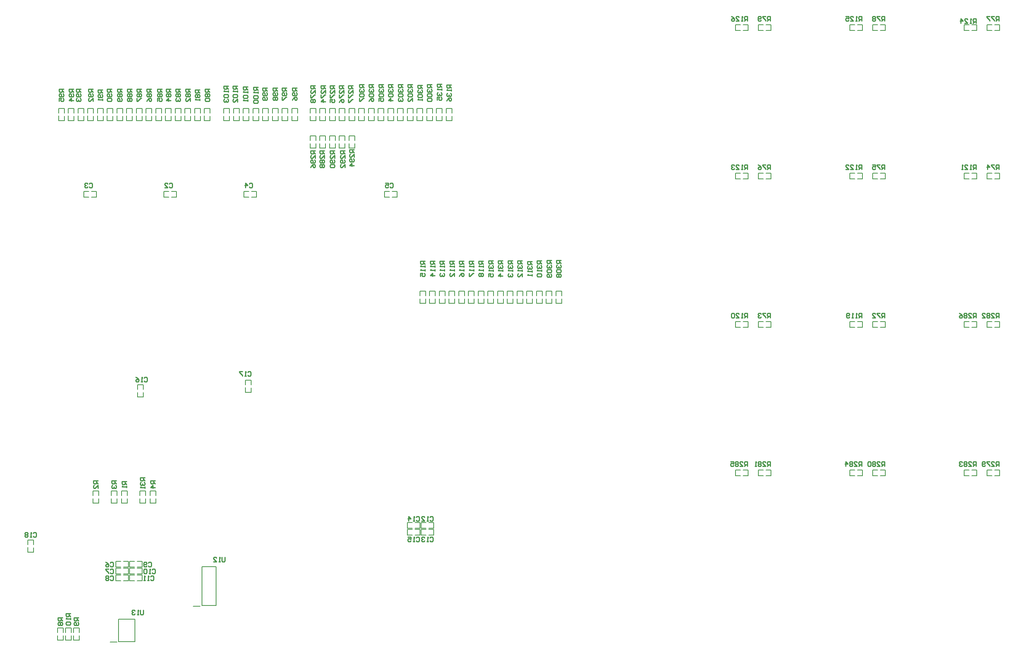
<source format=gbo>
G04*
G04 #@! TF.GenerationSoftware,Altium Limited,Altium Designer,22.3.1 (43)*
G04*
G04 Layer_Color=32896*
%FSLAX25Y25*%
%MOIN*%
G70*
G04*
G04 #@! TF.SameCoordinates,A87CA661-C890-46F0-A320-74F5598AF3CC*
G04*
G04*
G04 #@! TF.FilePolarity,Positive*
G04*
G01*
G75*
%ADD14C,0.00787*%
%ADD16C,0.01000*%
%ADD17C,0.00500*%
D14*
X109716Y18158D02*
X124284D01*
Y37843D01*
X109716D02*
X124284D01*
X109716Y18158D02*
Y37843D01*
X102532Y18059D02*
X108339D01*
X175319Y49343D02*
X181323D01*
X182701Y49972D02*
Y84028D01*
X195299D01*
Y49972D02*
Y84028D01*
X182701Y49972D02*
X195299D01*
D16*
X131600Y46099D02*
Y42766D01*
X130933Y42100D01*
X129601D01*
X128934Y42766D01*
Y46099D01*
X127601Y42100D02*
X126268D01*
X126935D01*
Y46099D01*
X127601Y45432D01*
X124269D02*
X123603Y46099D01*
X122270D01*
X121603Y45432D01*
Y44766D01*
X122270Y44099D01*
X122936D01*
X122270D01*
X121603Y43433D01*
Y42766D01*
X122270Y42100D01*
X123603D01*
X124269Y42766D01*
X202800Y92299D02*
Y88966D01*
X202133Y88300D01*
X200801D01*
X200134Y88966D01*
Y92299D01*
X198801Y88300D02*
X197468D01*
X198135D01*
Y92299D01*
X198801Y91632D01*
X192803Y88300D02*
X195469D01*
X192803Y90966D01*
Y91632D01*
X193470Y92299D01*
X194803D01*
X195469Y91632D01*
X67999Y42998D02*
X64001D01*
Y40999D01*
X64667Y40333D01*
X66000D01*
X66666Y40999D01*
Y42998D01*
Y41666D02*
X67999Y40333D01*
Y39000D02*
Y37667D01*
Y38333D01*
X64001D01*
X64667Y39000D01*
Y35667D02*
X64001Y35001D01*
Y33668D01*
X64667Y33002D01*
X67333D01*
X67999Y33668D01*
Y35001D01*
X67333Y35667D01*
X64667D01*
X74999Y39332D02*
X71001D01*
Y37333D01*
X71667Y36666D01*
X73000D01*
X73666Y37333D01*
Y39332D01*
Y37999D02*
X74999Y36666D01*
X74333Y35333D02*
X74999Y34667D01*
Y33334D01*
X74333Y32668D01*
X71667D01*
X71001Y33334D01*
Y34667D01*
X71667Y35333D01*
X72334D01*
X73000Y34667D01*
Y32668D01*
X60999Y39332D02*
X57001D01*
Y37333D01*
X57667Y36666D01*
X59000D01*
X59666Y37333D01*
Y39332D01*
Y37999D02*
X60999Y36666D01*
X57667Y35333D02*
X57001Y34667D01*
Y33334D01*
X57667Y32668D01*
X58334D01*
X59000Y33334D01*
X59666Y32668D01*
X60333D01*
X60999Y33334D01*
Y34667D01*
X60333Y35333D01*
X59666D01*
X59000Y34667D01*
X58334Y35333D01*
X57667D01*
X59000Y34667D02*
Y33334D01*
X222934Y254132D02*
X223601Y254799D01*
X224934D01*
X225600Y254132D01*
Y251466D01*
X224934Y250800D01*
X223601D01*
X222934Y251466D01*
X221601Y250800D02*
X220268D01*
X220935D01*
Y254799D01*
X221601Y254132D01*
X218269Y254799D02*
X215603D01*
Y254132D01*
X218269Y251466D01*
Y250800D01*
X437499Y351998D02*
X433501D01*
Y349998D01*
X434167Y349332D01*
X435500D01*
X436166Y349998D01*
Y351998D01*
Y350665D02*
X437499Y349332D01*
X434167Y347999D02*
X433501Y347333D01*
Y346000D01*
X434167Y345333D01*
X434833D01*
X435500Y346000D01*
Y346666D01*
Y346000D01*
X436166Y345333D01*
X436833D01*
X437499Y346000D01*
Y347333D01*
X436833Y347999D01*
X437499Y344000D02*
Y342667D01*
Y343334D01*
X433501D01*
X434167Y344000D01*
X433501Y338002D02*
Y340668D01*
X435500D01*
X434833Y339335D01*
Y338669D01*
X435500Y338002D01*
X436833D01*
X437499Y338669D01*
Y340002D01*
X436833Y340668D01*
X445999Y351998D02*
X442001D01*
Y349998D01*
X442667Y349332D01*
X444000D01*
X444666Y349998D01*
Y351998D01*
Y350665D02*
X445999Y349332D01*
X442667Y347999D02*
X442001Y347333D01*
Y346000D01*
X442667Y345333D01*
X443334D01*
X444000Y346000D01*
Y346666D01*
Y346000D01*
X444666Y345333D01*
X445333D01*
X445999Y346000D01*
Y347333D01*
X445333Y347999D01*
X445999Y344000D02*
Y342667D01*
Y343334D01*
X442001D01*
X442667Y344000D01*
X445999Y338669D02*
X442001D01*
X444000Y340668D01*
Y338002D01*
X454499Y351998D02*
X450501D01*
Y349998D01*
X451167Y349332D01*
X452500D01*
X453166Y349998D01*
Y351998D01*
Y350665D02*
X454499Y349332D01*
X451167Y347999D02*
X450501Y347333D01*
Y346000D01*
X451167Y345333D01*
X451833D01*
X452500Y346000D01*
Y346666D01*
Y346000D01*
X453166Y345333D01*
X453833D01*
X454499Y346000D01*
Y347333D01*
X453833Y347999D01*
X454499Y344000D02*
Y342667D01*
Y343334D01*
X450501D01*
X451167Y344000D01*
Y340668D02*
X450501Y340002D01*
Y338669D01*
X451167Y338002D01*
X451833D01*
X452500Y338669D01*
Y339335D01*
Y338669D01*
X453166Y338002D01*
X453833D01*
X454499Y338669D01*
Y340002D01*
X453833Y340668D01*
X462999Y351998D02*
X459001D01*
Y349998D01*
X459667Y349332D01*
X461000D01*
X461666Y349998D01*
Y351998D01*
Y350665D02*
X462999Y349332D01*
X459667Y347999D02*
X459001Y347333D01*
Y346000D01*
X459667Y345333D01*
X460334D01*
X461000Y346000D01*
Y346666D01*
Y346000D01*
X461666Y345333D01*
X462333D01*
X462999Y346000D01*
Y347333D01*
X462333Y347999D01*
X462999Y344000D02*
Y342667D01*
Y343334D01*
X459001D01*
X459667Y344000D01*
X462999Y338002D02*
Y340668D01*
X460334Y338002D01*
X459667D01*
X459001Y338669D01*
Y340002D01*
X459667Y340668D01*
X471499Y351331D02*
X467501D01*
Y349332D01*
X468167Y348665D01*
X469500D01*
X470166Y349332D01*
Y351331D01*
Y349998D02*
X471499Y348665D01*
X468167Y347333D02*
X467501Y346666D01*
Y345333D01*
X468167Y344667D01*
X468833D01*
X469500Y345333D01*
Y346000D01*
Y345333D01*
X470166Y344667D01*
X470833D01*
X471499Y345333D01*
Y346666D01*
X470833Y347333D01*
X471499Y343334D02*
Y342001D01*
Y342667D01*
X467501D01*
X468167Y343334D01*
X471499Y340002D02*
Y338669D01*
Y339335D01*
X467501D01*
X468167Y340002D01*
X479999Y351998D02*
X476001D01*
Y349998D01*
X476667Y349332D01*
X478000D01*
X478666Y349998D01*
Y351998D01*
Y350665D02*
X479999Y349332D01*
X476667Y347999D02*
X476001Y347333D01*
Y346000D01*
X476667Y345333D01*
X477333D01*
X478000Y346000D01*
Y346666D01*
Y346000D01*
X478666Y345333D01*
X479333D01*
X479999Y346000D01*
Y347333D01*
X479333Y347999D01*
X479999Y344000D02*
Y342667D01*
Y343334D01*
X476001D01*
X476667Y344000D01*
Y340668D02*
X476001Y340002D01*
Y338669D01*
X476667Y338002D01*
X479333D01*
X479999Y338669D01*
Y340002D01*
X479333Y340668D01*
X476667D01*
X488499Y352331D02*
X484501D01*
Y350332D01*
X485167Y349665D01*
X486500D01*
X487166Y350332D01*
Y352331D01*
Y350998D02*
X488499Y349665D01*
X485167Y348332D02*
X484501Y347666D01*
Y346333D01*
X485167Y345666D01*
X485834D01*
X486500Y346333D01*
Y346999D01*
Y346333D01*
X487166Y345666D01*
X487833D01*
X488499Y346333D01*
Y347666D01*
X487833Y348332D01*
X485167Y344334D02*
X484501Y343667D01*
Y342334D01*
X485167Y341668D01*
X487833D01*
X488499Y342334D01*
Y343667D01*
X487833Y344334D01*
X485167D01*
X487833Y340335D02*
X488499Y339668D01*
Y338335D01*
X487833Y337669D01*
X485167D01*
X484501Y338335D01*
Y339668D01*
X485167Y340335D01*
X485834D01*
X486500Y339668D01*
Y337669D01*
X496999Y352331D02*
X493001D01*
Y350332D01*
X493667Y349665D01*
X495000D01*
X495667Y350332D01*
Y352331D01*
Y350998D02*
X496999Y349665D01*
X493667Y348332D02*
X493001Y347666D01*
Y346333D01*
X493667Y345666D01*
X494334D01*
X495000Y346333D01*
Y346999D01*
Y346333D01*
X495667Y345666D01*
X496333D01*
X496999Y346333D01*
Y347666D01*
X496333Y348332D01*
X493667Y344334D02*
X493001Y343667D01*
Y342334D01*
X493667Y341668D01*
X496333D01*
X496999Y342334D01*
Y343667D01*
X496333Y344334D01*
X493667D01*
Y340335D02*
X493001Y339668D01*
Y338335D01*
X493667Y337669D01*
X494334D01*
X495000Y338335D01*
X495667Y337669D01*
X496333D01*
X496999Y338335D01*
Y339668D01*
X496333Y340335D01*
X495667D01*
X495000Y339668D01*
X494334Y340335D01*
X493667D01*
X495000Y339668D02*
Y338335D01*
X324499Y506331D02*
X320501D01*
Y504332D01*
X321167Y503665D01*
X322500D01*
X323166Y504332D01*
Y506331D01*
Y504998D02*
X324499Y503665D01*
X321167Y502332D02*
X320501Y501666D01*
Y500333D01*
X321167Y499666D01*
X321834D01*
X322500Y500333D01*
Y500999D01*
Y500333D01*
X323166Y499666D01*
X323833D01*
X324499Y500333D01*
Y501666D01*
X323833Y502332D01*
X321167Y498334D02*
X320501Y497667D01*
Y496334D01*
X321167Y495668D01*
X323833D01*
X324499Y496334D01*
Y497667D01*
X323833Y498334D01*
X321167D01*
X320501Y494335D02*
Y491669D01*
X321167D01*
X323833Y494335D01*
X324499D01*
X332999Y506331D02*
X329001D01*
Y504332D01*
X329667Y503665D01*
X331000D01*
X331666Y504332D01*
Y506331D01*
Y504998D02*
X332999Y503665D01*
X329667Y502332D02*
X329001Y501666D01*
Y500333D01*
X329667Y499666D01*
X330334D01*
X331000Y500333D01*
Y500999D01*
Y500333D01*
X331666Y499666D01*
X332333D01*
X332999Y500333D01*
Y501666D01*
X332333Y502332D01*
X329667Y498334D02*
X329001Y497667D01*
Y496334D01*
X329667Y495668D01*
X332333D01*
X332999Y496334D01*
Y497667D01*
X332333Y498334D01*
X329667D01*
X329001Y491669D02*
X329667Y493002D01*
X331000Y494335D01*
X332333D01*
X332999Y493668D01*
Y492336D01*
X332333Y491669D01*
X331666D01*
X331000Y492336D01*
Y494335D01*
X341499Y506331D02*
X337501D01*
Y504332D01*
X338167Y503665D01*
X339500D01*
X340166Y504332D01*
Y506331D01*
Y504998D02*
X341499Y503665D01*
X338167Y502332D02*
X337501Y501666D01*
Y500333D01*
X338167Y499666D01*
X338834D01*
X339500Y500333D01*
Y500999D01*
Y500333D01*
X340166Y499666D01*
X340833D01*
X341499Y500333D01*
Y501666D01*
X340833Y502332D01*
X338167Y498334D02*
X337501Y497667D01*
Y496334D01*
X338167Y495668D01*
X340833D01*
X341499Y496334D01*
Y497667D01*
X340833Y498334D01*
X338167D01*
X337501Y491669D02*
Y494335D01*
X339500D01*
X338834Y493002D01*
Y492336D01*
X339500Y491669D01*
X340833D01*
X341499Y492336D01*
Y493668D01*
X340833Y494335D01*
X349999Y506331D02*
X346001D01*
Y504332D01*
X346667Y503665D01*
X348000D01*
X348666Y504332D01*
Y506331D01*
Y504998D02*
X349999Y503665D01*
X346667Y502332D02*
X346001Y501666D01*
Y500333D01*
X346667Y499666D01*
X347334D01*
X348000Y500333D01*
Y500999D01*
Y500333D01*
X348666Y499666D01*
X349333D01*
X349999Y500333D01*
Y501666D01*
X349333Y502332D01*
X346667Y498334D02*
X346001Y497667D01*
Y496334D01*
X346667Y495668D01*
X349333D01*
X349999Y496334D01*
Y497667D01*
X349333Y498334D01*
X346667D01*
X349999Y492336D02*
X346001D01*
X348000Y494335D01*
Y491669D01*
X358499Y506331D02*
X354501D01*
Y504332D01*
X355167Y503665D01*
X356500D01*
X357166Y504332D01*
Y506331D01*
Y504998D02*
X358499Y503665D01*
X355167Y502332D02*
X354501Y501666D01*
Y500333D01*
X355167Y499666D01*
X355834D01*
X356500Y500333D01*
Y500999D01*
Y500333D01*
X357166Y499666D01*
X357833D01*
X358499Y500333D01*
Y501666D01*
X357833Y502332D01*
X355167Y498334D02*
X354501Y497667D01*
Y496334D01*
X355167Y495668D01*
X357833D01*
X358499Y496334D01*
Y497667D01*
X357833Y498334D01*
X355167D01*
Y494335D02*
X354501Y493668D01*
Y492336D01*
X355167Y491669D01*
X355834D01*
X356500Y492336D01*
Y493002D01*
Y492336D01*
X357166Y491669D01*
X357833D01*
X358499Y492336D01*
Y493668D01*
X357833Y494335D01*
X366999Y506331D02*
X363001D01*
Y504332D01*
X363667Y503665D01*
X365000D01*
X365666Y504332D01*
Y506331D01*
Y504998D02*
X366999Y503665D01*
X363667Y502332D02*
X363001Y501666D01*
Y500333D01*
X363667Y499666D01*
X364334D01*
X365000Y500333D01*
Y500999D01*
Y500333D01*
X365666Y499666D01*
X366333D01*
X366999Y500333D01*
Y501666D01*
X366333Y502332D01*
X363667Y498334D02*
X363001Y497667D01*
Y496334D01*
X363667Y495668D01*
X366333D01*
X366999Y496334D01*
Y497667D01*
X366333Y498334D01*
X363667D01*
X366999Y491669D02*
Y494335D01*
X364334Y491669D01*
X363667D01*
X363001Y492336D01*
Y493668D01*
X363667Y494335D01*
X375499Y505664D02*
X371501D01*
Y503665D01*
X372167Y502999D01*
X373500D01*
X374166Y503665D01*
Y505664D01*
Y504332D02*
X375499Y502999D01*
X372167Y501666D02*
X371501Y500999D01*
Y499666D01*
X372167Y499000D01*
X372834D01*
X373500Y499666D01*
Y500333D01*
Y499666D01*
X374166Y499000D01*
X374833D01*
X375499Y499666D01*
Y500999D01*
X374833Y501666D01*
X372167Y497667D02*
X371501Y497001D01*
Y495668D01*
X372167Y495001D01*
X374833D01*
X375499Y495668D01*
Y497001D01*
X374833Y497667D01*
X372167D01*
X375499Y493668D02*
Y492336D01*
Y493002D01*
X371501D01*
X372167Y493668D01*
X383999Y506331D02*
X380001D01*
Y504332D01*
X380667Y503665D01*
X382000D01*
X382666Y504332D01*
Y506331D01*
Y504998D02*
X383999Y503665D01*
X380667Y502332D02*
X380001Y501666D01*
Y500333D01*
X380667Y499666D01*
X381334D01*
X382000Y500333D01*
Y500999D01*
Y500333D01*
X382666Y499666D01*
X383333D01*
X383999Y500333D01*
Y501666D01*
X383333Y502332D01*
X380667Y498334D02*
X380001Y497667D01*
Y496334D01*
X380667Y495668D01*
X383333D01*
X383999Y496334D01*
Y497667D01*
X383333Y498334D01*
X380667D01*
Y494335D02*
X380001Y493668D01*
Y492336D01*
X380667Y491669D01*
X383333D01*
X383999Y492336D01*
Y493668D01*
X383333Y494335D01*
X380667D01*
X281999Y448331D02*
X278001D01*
Y446332D01*
X278667Y445665D01*
X280000D01*
X280666Y446332D01*
Y448331D01*
Y446998D02*
X281999Y445665D01*
Y441666D02*
Y444332D01*
X279334Y441666D01*
X278667D01*
X278001Y442333D01*
Y443666D01*
X278667Y444332D01*
X281333Y440334D02*
X281999Y439667D01*
Y438334D01*
X281333Y437668D01*
X278667D01*
X278001Y438334D01*
Y439667D01*
X278667Y440334D01*
X279334D01*
X280000Y439667D01*
Y437668D01*
X278001Y433669D02*
X278667Y435002D01*
X280000Y436335D01*
X281333D01*
X281999Y435668D01*
Y434336D01*
X281333Y433669D01*
X280666D01*
X280000Y434336D01*
Y436335D01*
X315999Y449331D02*
X312001D01*
Y447332D01*
X312667Y446665D01*
X314000D01*
X314666Y447332D01*
Y449331D01*
Y447998D02*
X315999Y446665D01*
Y442666D02*
Y445332D01*
X313334Y442666D01*
X312667D01*
X312001Y443333D01*
Y444666D01*
X312667Y445332D01*
X315333Y441333D02*
X315999Y440667D01*
Y439334D01*
X315333Y438668D01*
X312667D01*
X312001Y439334D01*
Y440667D01*
X312667Y441333D01*
X313334D01*
X314000Y440667D01*
Y438668D01*
X315999Y435335D02*
X312001D01*
X314000Y437335D01*
Y434669D01*
X307999Y448331D02*
X304001D01*
Y446332D01*
X304667Y445665D01*
X306000D01*
X306666Y446332D01*
Y448331D01*
Y446998D02*
X307999Y445665D01*
Y441666D02*
Y444332D01*
X305334Y441666D01*
X304667D01*
X304001Y442333D01*
Y443666D01*
X304667Y444332D01*
X307333Y440334D02*
X307999Y439667D01*
Y438334D01*
X307333Y437668D01*
X304667D01*
X304001Y438334D01*
Y439667D01*
X304667Y440334D01*
X305334D01*
X306000Y439667D01*
Y437668D01*
X307999Y433669D02*
Y436335D01*
X305334Y433669D01*
X304667D01*
X304001Y434336D01*
Y435668D01*
X304667Y436335D01*
X298999Y448331D02*
X295001D01*
Y446332D01*
X295667Y445665D01*
X297000D01*
X297666Y446332D01*
Y448331D01*
Y446998D02*
X298999Y445665D01*
Y441666D02*
Y444332D01*
X296334Y441666D01*
X295667D01*
X295001Y442333D01*
Y443666D01*
X295667Y444332D01*
X298333Y440334D02*
X298999Y439667D01*
Y438334D01*
X298333Y437668D01*
X295667D01*
X295001Y438334D01*
Y439667D01*
X295667Y440334D01*
X296334D01*
X297000Y439667D01*
Y437668D01*
X295667Y436335D02*
X295001Y435668D01*
Y434336D01*
X295667Y433669D01*
X298333D01*
X298999Y434336D01*
Y435668D01*
X298333Y436335D01*
X295667D01*
X289999Y448331D02*
X286001D01*
Y446332D01*
X286667Y445665D01*
X288000D01*
X288666Y446332D01*
Y448331D01*
Y446998D02*
X289999Y445665D01*
Y441666D02*
Y444332D01*
X287334Y441666D01*
X286667D01*
X286001Y442333D01*
Y443666D01*
X286667Y444332D01*
Y440334D02*
X286001Y439667D01*
Y438334D01*
X286667Y437668D01*
X287334D01*
X288000Y438334D01*
X288666Y437668D01*
X289333D01*
X289999Y438334D01*
Y439667D01*
X289333Y440334D01*
X288666D01*
X288000Y439667D01*
X287334Y440334D01*
X286667D01*
X288000Y439667D02*
Y438334D01*
X286667Y436335D02*
X286001Y435668D01*
Y434336D01*
X286667Y433669D01*
X287334D01*
X288000Y434336D01*
X288666Y433669D01*
X289333D01*
X289999Y434336D01*
Y435668D01*
X289333Y436335D01*
X288666D01*
X288000Y435668D01*
X287334Y436335D01*
X286667D01*
X288000Y435668D02*
Y434336D01*
X859800Y302100D02*
Y306099D01*
X857801D01*
X857134Y305432D01*
Y304099D01*
X857801Y303433D01*
X859800D01*
X858467D02*
X857134Y302100D01*
X853135D02*
X855801D01*
X853135Y304766D01*
Y305432D01*
X853802Y306099D01*
X855135D01*
X855801Y305432D01*
X851803D02*
X851136Y306099D01*
X849803D01*
X849137Y305432D01*
Y304766D01*
X849803Y304099D01*
X849137Y303433D01*
Y302766D01*
X849803Y302100D01*
X851136D01*
X851803Y302766D01*
Y303433D01*
X851136Y304099D01*
X851803Y304766D01*
Y305432D01*
X851136Y304099D02*
X849803D01*
X845138Y306099D02*
X846471Y305432D01*
X847804Y304099D01*
Y302766D01*
X847137Y302100D01*
X845805D01*
X845138Y302766D01*
Y303433D01*
X845805Y304099D01*
X847804D01*
X659800Y172100D02*
Y176099D01*
X657801D01*
X657134Y175432D01*
Y174099D01*
X657801Y173433D01*
X659800D01*
X658467D02*
X657134Y172100D01*
X653135D02*
X655801D01*
X653135Y174766D01*
Y175432D01*
X653802Y176099D01*
X655135D01*
X655801Y175432D01*
X651803D02*
X651136Y176099D01*
X649803D01*
X649137Y175432D01*
Y174766D01*
X649803Y174099D01*
X649137Y173433D01*
Y172766D01*
X649803Y172100D01*
X651136D01*
X651803Y172766D01*
Y173433D01*
X651136Y174099D01*
X651803Y174766D01*
Y175432D01*
X651136Y174099D02*
X649803D01*
X645138Y176099D02*
X647804D01*
Y174099D01*
X646471Y174766D01*
X645805D01*
X645138Y174099D01*
Y172766D01*
X645805Y172100D01*
X647137D01*
X647804Y172766D01*
X759800Y172100D02*
Y176099D01*
X757801D01*
X757134Y175432D01*
Y174099D01*
X757801Y173433D01*
X759800D01*
X758467D02*
X757134Y172100D01*
X753135D02*
X755801D01*
X753135Y174766D01*
Y175432D01*
X753802Y176099D01*
X755135D01*
X755801Y175432D01*
X751803D02*
X751136Y176099D01*
X749803D01*
X749137Y175432D01*
Y174766D01*
X749803Y174099D01*
X749137Y173433D01*
Y172766D01*
X749803Y172100D01*
X751136D01*
X751803Y172766D01*
Y173433D01*
X751136Y174099D01*
X751803Y174766D01*
Y175432D01*
X751136Y174099D02*
X749803D01*
X745805Y172100D02*
Y176099D01*
X747804Y174099D01*
X745138D01*
X859800Y172100D02*
Y176099D01*
X857801D01*
X857134Y175432D01*
Y174099D01*
X857801Y173433D01*
X859800D01*
X858467D02*
X857134Y172100D01*
X853135D02*
X855801D01*
X853135Y174766D01*
Y175432D01*
X853802Y176099D01*
X855135D01*
X855801Y175432D01*
X851803D02*
X851136Y176099D01*
X849803D01*
X849137Y175432D01*
Y174766D01*
X849803Y174099D01*
X849137Y173433D01*
Y172766D01*
X849803Y172100D01*
X851136D01*
X851803Y172766D01*
Y173433D01*
X851136Y174099D01*
X851803Y174766D01*
Y175432D01*
X851136Y174099D02*
X849803D01*
X847804Y175432D02*
X847137Y176099D01*
X845805D01*
X845138Y175432D01*
Y174766D01*
X845805Y174099D01*
X846471D01*
X845805D01*
X845138Y173433D01*
Y172766D01*
X845805Y172100D01*
X847137D01*
X847804Y172766D01*
X879800Y302100D02*
Y306099D01*
X877801D01*
X877134Y305432D01*
Y304099D01*
X877801Y303433D01*
X879800D01*
X878467D02*
X877134Y302100D01*
X873135D02*
X875801D01*
X873135Y304766D01*
Y305432D01*
X873802Y306099D01*
X875135D01*
X875801Y305432D01*
X871803D02*
X871136Y306099D01*
X869803D01*
X869137Y305432D01*
Y304766D01*
X869803Y304099D01*
X869137Y303433D01*
Y302766D01*
X869803Y302100D01*
X871136D01*
X871803Y302766D01*
Y303433D01*
X871136Y304099D01*
X871803Y304766D01*
Y305432D01*
X871136Y304099D02*
X869803D01*
X865138Y302100D02*
X867804D01*
X865138Y304766D01*
Y305432D01*
X865804Y306099D01*
X867137D01*
X867804Y305432D01*
X679800Y172100D02*
Y176099D01*
X677801D01*
X677134Y175432D01*
Y174099D01*
X677801Y173433D01*
X679800D01*
X678467D02*
X677134Y172100D01*
X673136D02*
X675801D01*
X673136Y174766D01*
Y175432D01*
X673802Y176099D01*
X675135D01*
X675801Y175432D01*
X671803D02*
X671136Y176099D01*
X669803D01*
X669137Y175432D01*
Y174766D01*
X669803Y174099D01*
X669137Y173433D01*
Y172766D01*
X669803Y172100D01*
X671136D01*
X671803Y172766D01*
Y173433D01*
X671136Y174099D01*
X671803Y174766D01*
Y175432D01*
X671136Y174099D02*
X669803D01*
X667804Y172100D02*
X666471D01*
X667137D01*
Y176099D01*
X667804Y175432D01*
X779800Y172100D02*
Y176099D01*
X777801D01*
X777134Y175432D01*
Y174099D01*
X777801Y173433D01*
X779800D01*
X778467D02*
X777134Y172100D01*
X773136D02*
X775801D01*
X773136Y174766D01*
Y175432D01*
X773802Y176099D01*
X775135D01*
X775801Y175432D01*
X771803D02*
X771136Y176099D01*
X769803D01*
X769137Y175432D01*
Y174766D01*
X769803Y174099D01*
X769137Y173433D01*
Y172766D01*
X769803Y172100D01*
X771136D01*
X771803Y172766D01*
Y173433D01*
X771136Y174099D01*
X771803Y174766D01*
Y175432D01*
X771136Y174099D02*
X769803D01*
X767804Y175432D02*
X767137Y176099D01*
X765804D01*
X765138Y175432D01*
Y172766D01*
X765804Y172100D01*
X767137D01*
X767804Y172766D01*
Y175432D01*
X879800Y172100D02*
Y176099D01*
X877801D01*
X877134Y175432D01*
Y174099D01*
X877801Y173433D01*
X879800D01*
X878467D02*
X877134Y172100D01*
X873135D02*
X875801D01*
X873135Y174766D01*
Y175432D01*
X873802Y176099D01*
X875135D01*
X875801Y175432D01*
X871803Y176099D02*
X869137D01*
Y175432D01*
X871803Y172766D01*
Y172100D01*
X867804Y172766D02*
X867137Y172100D01*
X865804D01*
X865138Y172766D01*
Y175432D01*
X865804Y176099D01*
X867137D01*
X867804Y175432D01*
Y174766D01*
X867137Y174099D01*
X865138D01*
X281999Y505331D02*
X278001D01*
Y503332D01*
X278667Y502665D01*
X280000D01*
X280666Y503332D01*
Y505331D01*
Y503998D02*
X281999Y502665D01*
Y498666D02*
Y501332D01*
X279334Y498666D01*
X278667D01*
X278001Y499333D01*
Y500666D01*
X278667Y501332D01*
X278001Y497333D02*
Y494668D01*
X278667D01*
X281333Y497333D01*
X281999D01*
X278667Y493335D02*
X278001Y492668D01*
Y491335D01*
X278667Y490669D01*
X279334D01*
X280000Y491335D01*
X280666Y490669D01*
X281333D01*
X281999Y491335D01*
Y492668D01*
X281333Y493335D01*
X280666D01*
X280000Y492668D01*
X279334Y493335D01*
X278667D01*
X280000Y492668D02*
Y491335D01*
X314999Y505331D02*
X311001D01*
Y503332D01*
X311667Y502665D01*
X313000D01*
X313666Y503332D01*
Y505331D01*
Y503998D02*
X314999Y502665D01*
Y498666D02*
Y501332D01*
X312334Y498666D01*
X311667D01*
X311001Y499333D01*
Y500666D01*
X311667Y501332D01*
X311001Y497333D02*
Y494668D01*
X311667D01*
X314333Y497333D01*
X314999D01*
X311001Y493335D02*
Y490669D01*
X311667D01*
X314333Y493335D01*
X314999D01*
X306999Y505331D02*
X303001D01*
Y503332D01*
X303667Y502665D01*
X305000D01*
X305666Y503332D01*
Y505331D01*
Y503998D02*
X306999Y502665D01*
Y498666D02*
Y501332D01*
X304334Y498666D01*
X303667D01*
X303001Y499333D01*
Y500666D01*
X303667Y501332D01*
X303001Y497333D02*
Y494668D01*
X303667D01*
X306333Y497333D01*
X306999D01*
X303001Y490669D02*
X303667Y492002D01*
X305000Y493335D01*
X306333D01*
X306999Y492668D01*
Y491335D01*
X306333Y490669D01*
X305666D01*
X305000Y491335D01*
Y493335D01*
X298999Y505331D02*
X295001D01*
Y503332D01*
X295667Y502665D01*
X297000D01*
X297666Y503332D01*
Y505331D01*
Y503998D02*
X298999Y502665D01*
Y498666D02*
Y501332D01*
X296334Y498666D01*
X295667D01*
X295001Y499333D01*
Y500666D01*
X295667Y501332D01*
X295001Y497333D02*
Y494668D01*
X295667D01*
X298333Y497333D01*
X298999D01*
X295001Y490669D02*
Y493335D01*
X297000D01*
X296334Y492002D01*
Y491335D01*
X297000Y490669D01*
X298333D01*
X298999Y491335D01*
Y492668D01*
X298333Y493335D01*
X290999Y505331D02*
X287001D01*
Y503332D01*
X287667Y502665D01*
X289000D01*
X289666Y503332D01*
Y505331D01*
Y503998D02*
X290999Y502665D01*
Y498666D02*
Y501332D01*
X288334Y498666D01*
X287667D01*
X287001Y499333D01*
Y500666D01*
X287667Y501332D01*
X287001Y497333D02*
Y494668D01*
X287667D01*
X290333Y497333D01*
X290999D01*
Y491335D02*
X287001D01*
X289000Y493335D01*
Y490669D01*
X400999Y505998D02*
X397001D01*
Y503998D01*
X397667Y503332D01*
X399000D01*
X399666Y503998D01*
Y505998D01*
Y504665D02*
X400999Y503332D01*
Y501999D02*
Y500666D01*
Y501333D01*
X397001D01*
X397667Y501999D01*
Y498667D02*
X397001Y498000D01*
Y496667D01*
X397667Y496001D01*
X398334D01*
X399000Y496667D01*
Y497334D01*
Y496667D01*
X399666Y496001D01*
X400333D01*
X400999Y496667D01*
Y498000D01*
X400333Y498667D01*
X397001Y492002D02*
X397667Y493335D01*
X399000Y494668D01*
X400333D01*
X400999Y494002D01*
Y492669D01*
X400333Y492002D01*
X399666D01*
X399000Y492669D01*
Y494668D01*
X392499Y506498D02*
X388501D01*
Y504498D01*
X389167Y503832D01*
X390500D01*
X391166Y504498D01*
Y506498D01*
Y505165D02*
X392499Y503832D01*
Y502499D02*
Y501166D01*
Y501833D01*
X388501D01*
X389167Y502499D01*
Y499167D02*
X388501Y498500D01*
Y497167D01*
X389167Y496501D01*
X389833D01*
X390500Y497167D01*
Y497834D01*
Y497167D01*
X391166Y496501D01*
X391833D01*
X392499Y497167D01*
Y498500D01*
X391833Y499167D01*
X388501Y492502D02*
Y495168D01*
X390500D01*
X389833Y493835D01*
Y493169D01*
X390500Y492502D01*
X391833D01*
X392499Y493169D01*
Y494502D01*
X391833Y495168D01*
X659800Y562100D02*
Y566099D01*
X657801D01*
X657134Y565432D01*
Y564099D01*
X657801Y563433D01*
X659800D01*
X658467D02*
X657134Y562100D01*
X655801D02*
X654468D01*
X655135D01*
Y566099D01*
X655801Y565432D01*
X649803Y562100D02*
X652469D01*
X649803Y564766D01*
Y565432D01*
X650470Y566099D01*
X651803D01*
X652469Y565432D01*
X645805Y566099D02*
X647137Y565432D01*
X648470Y564099D01*
Y562766D01*
X647804Y562100D01*
X646471D01*
X645805Y562766D01*
Y563433D01*
X646471Y564099D01*
X648470D01*
X759800Y562100D02*
Y566099D01*
X757801D01*
X757134Y565432D01*
Y564099D01*
X757801Y563433D01*
X759800D01*
X758467D02*
X757134Y562100D01*
X755801D02*
X754468D01*
X755135D01*
Y566099D01*
X755801Y565432D01*
X749803Y562100D02*
X752469D01*
X749803Y564766D01*
Y565432D01*
X750470Y566099D01*
X751803D01*
X752469Y565432D01*
X745805Y566099D02*
X748470D01*
Y564099D01*
X747137Y564766D01*
X746471D01*
X745805Y564099D01*
Y562766D01*
X746471Y562100D01*
X747804D01*
X748470Y562766D01*
X859998Y560001D02*
Y563999D01*
X857998D01*
X857332Y563333D01*
Y562000D01*
X857998Y561334D01*
X859998D01*
X858665D02*
X857332Y560001D01*
X855999D02*
X854666D01*
X855333D01*
Y563999D01*
X855999Y563333D01*
X850001Y560001D02*
X852667D01*
X850001Y562666D01*
Y563333D01*
X850667Y563999D01*
X852000D01*
X852667Y563333D01*
X846669Y560001D02*
Y563999D01*
X848668Y562000D01*
X846002D01*
X659998Y432001D02*
Y435999D01*
X657998D01*
X657332Y435333D01*
Y434000D01*
X657998Y433334D01*
X659998D01*
X658665D02*
X657332Y432001D01*
X655999D02*
X654666D01*
X655333D01*
Y435999D01*
X655999Y435333D01*
X650001Y432001D02*
X652667D01*
X650001Y434666D01*
Y435333D01*
X650667Y435999D01*
X652000D01*
X652667Y435333D01*
X648668D02*
X648002Y435999D01*
X646669D01*
X646002Y435333D01*
Y434666D01*
X646669Y434000D01*
X647335D01*
X646669D01*
X646002Y433334D01*
Y432667D01*
X646669Y432001D01*
X648002D01*
X648668Y432667D01*
X759800Y432100D02*
Y436099D01*
X757801D01*
X757134Y435432D01*
Y434099D01*
X757801Y433433D01*
X759800D01*
X758467D02*
X757134Y432100D01*
X755801D02*
X754468D01*
X755135D01*
Y436099D01*
X755801Y435432D01*
X749803Y432100D02*
X752469D01*
X749803Y434766D01*
Y435432D01*
X750470Y436099D01*
X751803D01*
X752469Y435432D01*
X745805Y432100D02*
X748470D01*
X745805Y434766D01*
Y435432D01*
X746471Y436099D01*
X747804D01*
X748470Y435432D01*
X859800Y432100D02*
Y436099D01*
X857801D01*
X857134Y435432D01*
Y434099D01*
X857801Y433433D01*
X859800D01*
X858467D02*
X857134Y432100D01*
X855801D02*
X854468D01*
X855135D01*
Y436099D01*
X855801Y435432D01*
X849803Y432100D02*
X852469D01*
X849803Y434766D01*
Y435432D01*
X850470Y436099D01*
X851803D01*
X852469Y435432D01*
X848470Y432100D02*
X847137D01*
X847804D01*
Y436099D01*
X848470Y435432D01*
X659800Y302100D02*
Y306099D01*
X657801D01*
X657134Y305432D01*
Y304099D01*
X657801Y303433D01*
X659800D01*
X658467D02*
X657134Y302100D01*
X655801D02*
X654468D01*
X655135D01*
Y306099D01*
X655801Y305432D01*
X649803Y302100D02*
X652469D01*
X649803Y304766D01*
Y305432D01*
X650470Y306099D01*
X651803D01*
X652469Y305432D01*
X648470D02*
X647804Y306099D01*
X646471D01*
X645805Y305432D01*
Y302766D01*
X646471Y302100D01*
X647804D01*
X648470Y302766D01*
Y305432D01*
X759800Y302100D02*
Y306099D01*
X757801D01*
X757134Y305432D01*
Y304099D01*
X757801Y303433D01*
X759800D01*
X758467D02*
X757134Y302100D01*
X755801D02*
X754468D01*
X755135D01*
Y306099D01*
X755801Y305432D01*
X752469Y302100D02*
X751136D01*
X751803D01*
Y306099D01*
X752469Y305432D01*
X749137Y302766D02*
X748470Y302100D01*
X747137D01*
X746471Y302766D01*
Y305432D01*
X747137Y306099D01*
X748470D01*
X749137Y305432D01*
Y304766D01*
X748470Y304099D01*
X746471D01*
X428999Y351664D02*
X425001D01*
Y349665D01*
X425667Y348999D01*
X427000D01*
X427666Y349665D01*
Y351664D01*
Y350332D02*
X428999Y348999D01*
Y347666D02*
Y346333D01*
Y346999D01*
X425001D01*
X425667Y347666D01*
X428999Y344334D02*
Y343001D01*
Y343667D01*
X425001D01*
X425667Y344334D01*
Y341001D02*
X425001Y340335D01*
Y339002D01*
X425667Y338335D01*
X426334D01*
X427000Y339002D01*
X427666Y338335D01*
X428333D01*
X428999Y339002D01*
Y340335D01*
X428333Y341001D01*
X427666D01*
X427000Y340335D01*
X426334Y341001D01*
X425667D01*
X427000Y340335D02*
Y339002D01*
X420499Y351664D02*
X416501D01*
Y349665D01*
X417167Y348999D01*
X418500D01*
X419166Y349665D01*
Y351664D01*
Y350332D02*
X420499Y348999D01*
Y347666D02*
Y346333D01*
Y346999D01*
X416501D01*
X417167Y347666D01*
X420499Y344334D02*
Y343001D01*
Y343667D01*
X416501D01*
X417167Y344334D01*
X416501Y341001D02*
Y338335D01*
X417167D01*
X419833Y341001D01*
X420499D01*
X411999Y351664D02*
X408001D01*
Y349665D01*
X408667Y348999D01*
X410000D01*
X410666Y349665D01*
Y351664D01*
Y350332D02*
X411999Y348999D01*
Y347666D02*
Y346333D01*
Y346999D01*
X408001D01*
X408667Y347666D01*
X411999Y344334D02*
Y343001D01*
Y343667D01*
X408001D01*
X408667Y344334D01*
X408001Y338335D02*
X408667Y339668D01*
X410000Y341001D01*
X411333D01*
X411999Y340335D01*
Y339002D01*
X411333Y338335D01*
X410666D01*
X410000Y339002D01*
Y341001D01*
X377999Y351664D02*
X374001D01*
Y349665D01*
X374667Y348999D01*
X376000D01*
X376666Y349665D01*
Y351664D01*
Y350332D02*
X377999Y348999D01*
Y347666D02*
Y346333D01*
Y346999D01*
X374001D01*
X374667Y347666D01*
X377999Y344334D02*
Y343001D01*
Y343667D01*
X374001D01*
X374667Y344334D01*
X374001Y338335D02*
Y341001D01*
X376000D01*
X375334Y339668D01*
Y339002D01*
X376000Y338335D01*
X377333D01*
X377999Y339002D01*
Y340335D01*
X377333Y341001D01*
X386499Y351664D02*
X382501D01*
Y349665D01*
X383167Y348999D01*
X384500D01*
X385166Y349665D01*
Y351664D01*
Y350332D02*
X386499Y348999D01*
Y347666D02*
Y346333D01*
Y346999D01*
X382501D01*
X383167Y347666D01*
X386499Y344334D02*
Y343001D01*
Y343667D01*
X382501D01*
X383167Y344334D01*
X386499Y339002D02*
X382501D01*
X384500Y341001D01*
Y338335D01*
X394999Y351664D02*
X391001D01*
Y349665D01*
X391667Y348999D01*
X393000D01*
X393666Y349665D01*
Y351664D01*
Y350332D02*
X394999Y348999D01*
Y347666D02*
Y346333D01*
Y346999D01*
X391001D01*
X391667Y347666D01*
X394999Y344334D02*
Y343001D01*
Y343667D01*
X391001D01*
X391667Y344334D01*
Y341001D02*
X391001Y340335D01*
Y339002D01*
X391667Y338335D01*
X392334D01*
X393000Y339002D01*
Y339668D01*
Y339002D01*
X393666Y338335D01*
X394333D01*
X394999Y339002D01*
Y340335D01*
X394333Y341001D01*
X403499Y351664D02*
X399501D01*
Y349665D01*
X400167Y348999D01*
X401500D01*
X402166Y349665D01*
Y351664D01*
Y350332D02*
X403499Y348999D01*
Y347666D02*
Y346333D01*
Y346999D01*
X399501D01*
X400167Y347666D01*
X403499Y344334D02*
Y343001D01*
Y343667D01*
X399501D01*
X400167Y344334D01*
X403499Y338335D02*
Y341001D01*
X400834Y338335D01*
X400167D01*
X399501Y339002D01*
Y340335D01*
X400167Y341001D01*
X205999Y504998D02*
X202001D01*
Y502998D01*
X202667Y502332D01*
X204000D01*
X204666Y502998D01*
Y504998D01*
Y503665D02*
X205999Y502332D01*
Y500999D02*
Y499666D01*
Y500333D01*
X202001D01*
X202667Y500999D01*
Y497667D02*
X202001Y497000D01*
Y495667D01*
X202667Y495001D01*
X205333D01*
X205999Y495667D01*
Y497000D01*
X205333Y497667D01*
X202667D01*
Y493668D02*
X202001Y493002D01*
Y491669D01*
X202667Y491002D01*
X203333D01*
X204000Y491669D01*
Y492335D01*
Y491669D01*
X204666Y491002D01*
X205333D01*
X205999Y491669D01*
Y493002D01*
X205333Y493668D01*
X213999Y504998D02*
X210001D01*
Y502998D01*
X210667Y502332D01*
X212000D01*
X212666Y502998D01*
Y504998D01*
Y503665D02*
X213999Y502332D01*
Y500999D02*
Y499666D01*
Y500333D01*
X210001D01*
X210667Y500999D01*
Y497667D02*
X210001Y497000D01*
Y495667D01*
X210667Y495001D01*
X213333D01*
X213999Y495667D01*
Y497000D01*
X213333Y497667D01*
X210667D01*
X213999Y491002D02*
Y493668D01*
X211333Y491002D01*
X210667D01*
X210001Y491669D01*
Y493002D01*
X210667Y493668D01*
X222999Y504331D02*
X219001D01*
Y502332D01*
X219667Y501665D01*
X221000D01*
X221666Y502332D01*
Y504331D01*
Y502998D02*
X222999Y501665D01*
Y500333D02*
Y499000D01*
Y499666D01*
X219001D01*
X219667Y500333D01*
Y497000D02*
X219001Y496334D01*
Y495001D01*
X219667Y494335D01*
X222333D01*
X222999Y495001D01*
Y496334D01*
X222333Y497000D01*
X219667D01*
X222999Y493002D02*
Y491669D01*
Y492335D01*
X219001D01*
X219667Y493002D01*
X231999Y503998D02*
X228001D01*
Y501998D01*
X228667Y501332D01*
X230000D01*
X230666Y501998D01*
Y503998D01*
Y502665D02*
X231999Y501332D01*
Y499999D02*
Y498666D01*
Y499333D01*
X228001D01*
X228667Y499999D01*
Y496667D02*
X228001Y496000D01*
Y494667D01*
X228667Y494001D01*
X231333D01*
X231999Y494667D01*
Y496000D01*
X231333Y496667D01*
X228667D01*
Y492668D02*
X228001Y492002D01*
Y490669D01*
X228667Y490002D01*
X231333D01*
X231999Y490669D01*
Y492002D01*
X231333Y492668D01*
X228667D01*
X239999Y503332D02*
X236001D01*
Y501332D01*
X236667Y500666D01*
X238000D01*
X238666Y501332D01*
Y503332D01*
Y501999D02*
X239999Y500666D01*
X239333Y499333D02*
X239999Y498666D01*
Y497334D01*
X239333Y496667D01*
X236667D01*
X236001Y497334D01*
Y498666D01*
X236667Y499333D01*
X237333D01*
X238000Y498666D01*
Y496667D01*
X239333Y495334D02*
X239999Y494668D01*
Y493335D01*
X239333Y492668D01*
X236667D01*
X236001Y493335D01*
Y494668D01*
X236667Y495334D01*
X237333D01*
X238000Y494668D01*
Y492668D01*
X248999Y503332D02*
X245001D01*
Y501332D01*
X245667Y500666D01*
X247000D01*
X247666Y501332D01*
Y503332D01*
Y501999D02*
X248999Y500666D01*
X248333Y499333D02*
X248999Y498666D01*
Y497334D01*
X248333Y496667D01*
X245667D01*
X245001Y497334D01*
Y498666D01*
X245667Y499333D01*
X246334D01*
X247000Y498666D01*
Y496667D01*
X245667Y495334D02*
X245001Y494668D01*
Y493335D01*
X245667Y492668D01*
X246334D01*
X247000Y493335D01*
X247666Y492668D01*
X248333D01*
X248999Y493335D01*
Y494668D01*
X248333Y495334D01*
X247666D01*
X247000Y494668D01*
X246334Y495334D01*
X245667D01*
X247000Y494668D02*
Y493335D01*
X256999Y503332D02*
X253001D01*
Y501332D01*
X253667Y500666D01*
X255000D01*
X255666Y501332D01*
Y503332D01*
Y501999D02*
X256999Y500666D01*
X256333Y499333D02*
X256999Y498666D01*
Y497334D01*
X256333Y496667D01*
X253667D01*
X253001Y497334D01*
Y498666D01*
X253667Y499333D01*
X254333D01*
X255000Y498666D01*
Y496667D01*
X253001Y495334D02*
Y492668D01*
X253667D01*
X256333Y495334D01*
X256999D01*
X265999Y503332D02*
X262001D01*
Y501332D01*
X262667Y500666D01*
X264000D01*
X264666Y501332D01*
Y503332D01*
Y501999D02*
X265999Y500666D01*
X265333Y499333D02*
X265999Y498666D01*
Y497334D01*
X265333Y496667D01*
X262667D01*
X262001Y497334D01*
Y498666D01*
X262667Y499333D01*
X263334D01*
X264000Y498666D01*
Y496667D01*
X262001Y492668D02*
X262667Y494001D01*
X264000Y495334D01*
X265333D01*
X265999Y494668D01*
Y493335D01*
X265333Y492668D01*
X264666D01*
X264000Y493335D01*
Y495334D01*
X61999Y502332D02*
X58001D01*
Y500332D01*
X58667Y499666D01*
X60000D01*
X60666Y500332D01*
Y502332D01*
Y500999D02*
X61999Y499666D01*
X61333Y498333D02*
X61999Y497666D01*
Y496334D01*
X61333Y495667D01*
X58667D01*
X58001Y496334D01*
Y497666D01*
X58667Y498333D01*
X59333D01*
X60000Y497666D01*
Y495667D01*
X58001Y491668D02*
Y494334D01*
X60000D01*
X59333Y493001D01*
Y492335D01*
X60000Y491668D01*
X61333D01*
X61999Y492335D01*
Y493668D01*
X61333Y494334D01*
X70499Y502332D02*
X66501D01*
Y500332D01*
X67167Y499666D01*
X68500D01*
X69166Y500332D01*
Y502332D01*
Y500999D02*
X70499Y499666D01*
X69833Y498333D02*
X70499Y497666D01*
Y496334D01*
X69833Y495667D01*
X67167D01*
X66501Y496334D01*
Y497666D01*
X67167Y498333D01*
X67834D01*
X68500Y497666D01*
Y495667D01*
X70499Y492335D02*
X66501D01*
X68500Y494334D01*
Y491668D01*
X76999Y502332D02*
X73001D01*
Y500332D01*
X73667Y499666D01*
X75000D01*
X75666Y500332D01*
Y502332D01*
Y500999D02*
X76999Y499666D01*
X76333Y498333D02*
X76999Y497667D01*
Y496334D01*
X76333Y495667D01*
X73667D01*
X73001Y496334D01*
Y497667D01*
X73667Y498333D01*
X74334D01*
X75000Y497667D01*
Y495667D01*
X73667Y494334D02*
X73001Y493668D01*
Y492335D01*
X73667Y491668D01*
X74334D01*
X75000Y492335D01*
Y493001D01*
Y492335D01*
X75666Y491668D01*
X76333D01*
X76999Y492335D01*
Y493668D01*
X76333Y494334D01*
X87499Y502332D02*
X83501D01*
Y500332D01*
X84167Y499666D01*
X85500D01*
X86166Y500332D01*
Y502332D01*
Y500999D02*
X87499Y499666D01*
X86833Y498333D02*
X87499Y497667D01*
Y496334D01*
X86833Y495667D01*
X84167D01*
X83501Y496334D01*
Y497667D01*
X84167Y498333D01*
X84834D01*
X85500Y497667D01*
Y495667D01*
X87499Y491668D02*
Y494334D01*
X84834Y491668D01*
X84167D01*
X83501Y492335D01*
Y493668D01*
X84167Y494334D01*
X95999Y501665D02*
X92001D01*
Y499666D01*
X92667Y498999D01*
X94000D01*
X94666Y499666D01*
Y501665D01*
Y500332D02*
X95999Y498999D01*
X95333Y497667D02*
X95999Y497000D01*
Y495667D01*
X95333Y495001D01*
X92667D01*
X92001Y495667D01*
Y497000D01*
X92667Y497667D01*
X93334D01*
X94000Y497000D01*
Y495001D01*
X95999Y493668D02*
Y492335D01*
Y493001D01*
X92001D01*
X92667Y493668D01*
X103999Y502332D02*
X100001D01*
Y500332D01*
X100667Y499666D01*
X102000D01*
X102666Y500332D01*
Y502332D01*
Y500999D02*
X103999Y499666D01*
X103333Y498333D02*
X103999Y497666D01*
Y496334D01*
X103333Y495667D01*
X100667D01*
X100001Y496334D01*
Y497666D01*
X100667Y498333D01*
X101334D01*
X102000Y497666D01*
Y495667D01*
X100667Y494334D02*
X100001Y493668D01*
Y492335D01*
X100667Y491668D01*
X103333D01*
X103999Y492335D01*
Y493668D01*
X103333Y494334D01*
X100667D01*
X112999Y502332D02*
X109001D01*
Y500332D01*
X109667Y499666D01*
X111000D01*
X111666Y500332D01*
Y502332D01*
Y500999D02*
X112999Y499666D01*
X109667Y498333D02*
X109001Y497667D01*
Y496334D01*
X109667Y495667D01*
X110334D01*
X111000Y496334D01*
X111666Y495667D01*
X112333D01*
X112999Y496334D01*
Y497667D01*
X112333Y498333D01*
X111666D01*
X111000Y497667D01*
X110334Y498333D01*
X109667D01*
X111000Y497667D02*
Y496334D01*
X112333Y494334D02*
X112999Y493668D01*
Y492335D01*
X112333Y491668D01*
X109667D01*
X109001Y492335D01*
Y493668D01*
X109667Y494334D01*
X110334D01*
X111000Y493668D01*
Y491668D01*
X121499Y502332D02*
X117501D01*
Y500332D01*
X118167Y499666D01*
X119500D01*
X120167Y500332D01*
Y502332D01*
Y500999D02*
X121499Y499666D01*
X118167Y498333D02*
X117501Y497666D01*
Y496334D01*
X118167Y495667D01*
X118833D01*
X119500Y496334D01*
X120167Y495667D01*
X120833D01*
X121499Y496334D01*
Y497666D01*
X120833Y498333D01*
X120167D01*
X119500Y497666D01*
X118833Y498333D01*
X118167D01*
X119500Y497666D02*
Y496334D01*
X118167Y494334D02*
X117501Y493668D01*
Y492335D01*
X118167Y491668D01*
X118833D01*
X119500Y492335D01*
X120167Y491668D01*
X120833D01*
X121499Y492335D01*
Y493668D01*
X120833Y494334D01*
X120167D01*
X119500Y493668D01*
X118833Y494334D01*
X118167D01*
X119500Y493668D02*
Y492335D01*
X129999Y502332D02*
X126001D01*
Y500332D01*
X126667Y499666D01*
X128000D01*
X128666Y500332D01*
Y502332D01*
Y500999D02*
X129999Y499666D01*
X126667Y498333D02*
X126001Y497666D01*
Y496334D01*
X126667Y495667D01*
X127333D01*
X128000Y496334D01*
X128666Y495667D01*
X129333D01*
X129999Y496334D01*
Y497666D01*
X129333Y498333D01*
X128666D01*
X128000Y497666D01*
X127333Y498333D01*
X126667D01*
X128000Y497666D02*
Y496334D01*
X126001Y494334D02*
Y491668D01*
X126667D01*
X129333Y494334D01*
X129999D01*
X138499Y502332D02*
X134501D01*
Y500332D01*
X135167Y499666D01*
X136500D01*
X137166Y500332D01*
Y502332D01*
Y500999D02*
X138499Y499666D01*
X135167Y498333D02*
X134501Y497666D01*
Y496334D01*
X135167Y495667D01*
X135834D01*
X136500Y496334D01*
X137166Y495667D01*
X137833D01*
X138499Y496334D01*
Y497666D01*
X137833Y498333D01*
X137166D01*
X136500Y497666D01*
X135834Y498333D01*
X135167D01*
X136500Y497666D02*
Y496334D01*
X134501Y491668D02*
X135167Y493001D01*
X136500Y494334D01*
X137833D01*
X138499Y493668D01*
Y492335D01*
X137833Y491668D01*
X137166D01*
X136500Y492335D01*
Y494334D01*
X147999Y502332D02*
X144001D01*
Y500332D01*
X144667Y499666D01*
X146000D01*
X146666Y500332D01*
Y502332D01*
Y500999D02*
X147999Y499666D01*
X144667Y498333D02*
X144001Y497667D01*
Y496334D01*
X144667Y495667D01*
X145334D01*
X146000Y496334D01*
X146666Y495667D01*
X147333D01*
X147999Y496334D01*
Y497667D01*
X147333Y498333D01*
X146666D01*
X146000Y497667D01*
X145334Y498333D01*
X144667D01*
X146000Y497667D02*
Y496334D01*
X144001Y491668D02*
Y494334D01*
X146000D01*
X145334Y493001D01*
Y492335D01*
X146000Y491668D01*
X147333D01*
X147999Y492335D01*
Y493668D01*
X147333Y494334D01*
X155499Y502332D02*
X151501D01*
Y500332D01*
X152167Y499666D01*
X153500D01*
X154166Y500332D01*
Y502332D01*
Y500999D02*
X155499Y499666D01*
X152167Y498333D02*
X151501Y497666D01*
Y496334D01*
X152167Y495667D01*
X152833D01*
X153500Y496334D01*
X154166Y495667D01*
X154833D01*
X155499Y496334D01*
Y497666D01*
X154833Y498333D01*
X154166D01*
X153500Y497666D01*
X152833Y498333D01*
X152167D01*
X153500Y497666D02*
Y496334D01*
X155499Y492335D02*
X151501D01*
X153500Y494334D01*
Y491668D01*
X163999Y502332D02*
X160001D01*
Y500332D01*
X160667Y499666D01*
X162000D01*
X162666Y500332D01*
Y502332D01*
Y500999D02*
X163999Y499666D01*
X160667Y498333D02*
X160001Y497667D01*
Y496334D01*
X160667Y495667D01*
X161334D01*
X162000Y496334D01*
X162666Y495667D01*
X163333D01*
X163999Y496334D01*
Y497667D01*
X163333Y498333D01*
X162666D01*
X162000Y497667D01*
X161334Y498333D01*
X160667D01*
X162000Y497667D02*
Y496334D01*
X160667Y494334D02*
X160001Y493668D01*
Y492335D01*
X160667Y491668D01*
X161334D01*
X162000Y492335D01*
Y493001D01*
Y492335D01*
X162666Y491668D01*
X163333D01*
X163999Y492335D01*
Y493668D01*
X163333Y494334D01*
X172499Y502332D02*
X168501D01*
Y500332D01*
X169167Y499666D01*
X170500D01*
X171167Y500332D01*
Y502332D01*
Y500999D02*
X172499Y499666D01*
X169167Y498333D02*
X168501Y497666D01*
Y496334D01*
X169167Y495667D01*
X169834D01*
X170500Y496334D01*
X171167Y495667D01*
X171833D01*
X172499Y496334D01*
Y497666D01*
X171833Y498333D01*
X171167D01*
X170500Y497666D01*
X169834Y498333D01*
X169167D01*
X170500Y497666D02*
Y496334D01*
X172499Y491668D02*
Y494334D01*
X169834Y491668D01*
X169167D01*
X168501Y492335D01*
Y493668D01*
X169167Y494334D01*
X180999Y501665D02*
X177001D01*
Y499666D01*
X177667Y498999D01*
X179000D01*
X179666Y499666D01*
Y501665D01*
Y500332D02*
X180999Y498999D01*
X177667Y497666D02*
X177001Y497000D01*
Y495667D01*
X177667Y495001D01*
X178333D01*
X179000Y495667D01*
X179666Y495001D01*
X180333D01*
X180999Y495667D01*
Y497000D01*
X180333Y497666D01*
X179666D01*
X179000Y497000D01*
X178333Y497666D01*
X177667D01*
X179000Y497000D02*
Y495667D01*
X180999Y493668D02*
Y492335D01*
Y493001D01*
X177001D01*
X177667Y493668D01*
X189499Y502332D02*
X185501D01*
Y500332D01*
X186167Y499666D01*
X187500D01*
X188166Y500332D01*
Y502332D01*
Y500999D02*
X189499Y499666D01*
X186167Y498333D02*
X185501Y497666D01*
Y496334D01*
X186167Y495667D01*
X186834D01*
X187500Y496334D01*
X188166Y495667D01*
X188833D01*
X189499Y496334D01*
Y497666D01*
X188833Y498333D01*
X188166D01*
X187500Y497666D01*
X186834Y498333D01*
X186167D01*
X187500Y497666D02*
Y496334D01*
X186167Y494334D02*
X185501Y493668D01*
Y492335D01*
X186167Y491668D01*
X188833D01*
X189499Y492335D01*
Y493668D01*
X188833Y494334D01*
X186167D01*
X679800Y562100D02*
Y566099D01*
X677801D01*
X677134Y565432D01*
Y564099D01*
X677801Y563433D01*
X679800D01*
X678467D02*
X677134Y562100D01*
X675801Y566099D02*
X673136D01*
Y565432D01*
X675801Y562766D01*
Y562100D01*
X671803Y562766D02*
X671136Y562100D01*
X669803D01*
X669137Y562766D01*
Y565432D01*
X669803Y566099D01*
X671136D01*
X671803Y565432D01*
Y564766D01*
X671136Y564099D01*
X669137D01*
X779800Y562100D02*
Y566099D01*
X777801D01*
X777134Y565432D01*
Y564099D01*
X777801Y563433D01*
X779800D01*
X778467D02*
X777134Y562100D01*
X775801Y566099D02*
X773136D01*
Y565432D01*
X775801Y562766D01*
Y562100D01*
X771803Y565432D02*
X771136Y566099D01*
X769803D01*
X769137Y565432D01*
Y564766D01*
X769803Y564099D01*
X769137Y563433D01*
Y562766D01*
X769803Y562100D01*
X771136D01*
X771803Y562766D01*
Y563433D01*
X771136Y564099D01*
X771803Y564766D01*
Y565432D01*
X771136Y564099D02*
X769803D01*
X879800Y562100D02*
Y566099D01*
X877801D01*
X877134Y565432D01*
Y564099D01*
X877801Y563433D01*
X879800D01*
X878467D02*
X877134Y562100D01*
X875801Y566099D02*
X873135D01*
Y565432D01*
X875801Y562766D01*
Y562100D01*
X871803Y566099D02*
X869137D01*
Y565432D01*
X871803Y562766D01*
Y562100D01*
X679800Y432100D02*
Y436099D01*
X677801D01*
X677134Y435432D01*
Y434099D01*
X677801Y433433D01*
X679800D01*
X678467D02*
X677134Y432100D01*
X675801Y436099D02*
X673136D01*
Y435432D01*
X675801Y432766D01*
Y432100D01*
X669137Y436099D02*
X670470Y435432D01*
X671803Y434099D01*
Y432766D01*
X671136Y432100D01*
X669803D01*
X669137Y432766D01*
Y433433D01*
X669803Y434099D01*
X671803D01*
X779800Y432100D02*
Y436099D01*
X777801D01*
X777134Y435432D01*
Y434099D01*
X777801Y433433D01*
X779800D01*
X778467D02*
X777134Y432100D01*
X775801Y436099D02*
X773136D01*
Y435432D01*
X775801Y432766D01*
Y432100D01*
X769137Y436099D02*
X771803D01*
Y434099D01*
X770470Y434766D01*
X769803D01*
X769137Y434099D01*
Y432766D01*
X769803Y432100D01*
X771136D01*
X771803Y432766D01*
X879800Y432100D02*
Y436099D01*
X877801D01*
X877134Y435432D01*
Y434099D01*
X877801Y433433D01*
X879800D01*
X878467D02*
X877134Y432100D01*
X875801Y436099D02*
X873135D01*
Y435432D01*
X875801Y432766D01*
Y432100D01*
X869803D02*
Y436099D01*
X871803Y434099D01*
X869137D01*
X679800Y302100D02*
Y306099D01*
X677801D01*
X677134Y305432D01*
Y304099D01*
X677801Y303433D01*
X679800D01*
X678467D02*
X677134Y302100D01*
X675801Y306099D02*
X673136D01*
Y305432D01*
X675801Y302766D01*
Y302100D01*
X671803Y305432D02*
X671136Y306099D01*
X669803D01*
X669137Y305432D01*
Y304766D01*
X669803Y304099D01*
X670470D01*
X669803D01*
X669137Y303433D01*
Y302766D01*
X669803Y302100D01*
X671136D01*
X671803Y302766D01*
X779800Y302100D02*
Y306099D01*
X777801D01*
X777134Y305432D01*
Y304099D01*
X777801Y303433D01*
X779800D01*
X778467D02*
X777134Y302100D01*
X775801Y306099D02*
X773136D01*
Y305432D01*
X775801Y302766D01*
Y302100D01*
X769137D02*
X771803D01*
X769137Y304766D01*
Y305432D01*
X769803Y306099D01*
X771136D01*
X771803Y305432D01*
X132999Y161848D02*
X129001D01*
Y159849D01*
X129667Y159183D01*
X131000D01*
X131666Y159849D01*
Y161848D01*
Y160516D02*
X132999Y159183D01*
X129667Y157850D02*
X129001Y157183D01*
Y155850D01*
X129667Y155184D01*
X130333D01*
X131000Y155850D01*
Y156517D01*
Y155850D01*
X131666Y155184D01*
X132333D01*
X132999Y155850D01*
Y157183D01*
X132333Y157850D01*
X132999Y153851D02*
Y152518D01*
Y153185D01*
X129001D01*
X129667Y153851D01*
X141999Y159332D02*
X138001D01*
Y157333D01*
X138667Y156667D01*
X140000D01*
X140666Y157333D01*
Y159332D01*
Y157999D02*
X141999Y156667D01*
Y153334D02*
X138001D01*
X140000Y155333D01*
Y152668D01*
X107999Y159332D02*
X104001D01*
Y157333D01*
X104667Y156667D01*
X106000D01*
X106666Y157333D01*
Y159332D01*
Y157999D02*
X107999Y156667D01*
X104667Y155333D02*
X104001Y154667D01*
Y153334D01*
X104667Y152668D01*
X105333D01*
X106000Y153334D01*
Y154001D01*
Y153334D01*
X106666Y152668D01*
X107333D01*
X107999Y153334D01*
Y154667D01*
X107333Y155333D01*
X91999Y159332D02*
X88001D01*
Y157333D01*
X88667Y156667D01*
X90000D01*
X90666Y157333D01*
Y159332D01*
Y157999D02*
X91999Y156667D01*
Y152668D02*
Y155333D01*
X89333Y152668D01*
X88667D01*
X88001Y153334D01*
Y154667D01*
X88667Y155333D01*
X116999Y158666D02*
X113001D01*
Y156667D01*
X113667Y156000D01*
X115000D01*
X115666Y156667D01*
Y158666D01*
Y157333D02*
X116999Y156000D01*
Y154667D02*
Y153334D01*
Y154001D01*
X113001D01*
X113667Y154667D01*
X35333Y113333D02*
X35999Y113999D01*
X37332D01*
X37998Y113333D01*
Y110667D01*
X37332Y110001D01*
X35999D01*
X35333Y110667D01*
X34000Y110001D02*
X32667D01*
X33333D01*
Y113999D01*
X34000Y113333D01*
X30667D02*
X30001Y113999D01*
X28668D01*
X28002Y113333D01*
Y112666D01*
X28668Y112000D01*
X28002Y111334D01*
Y110667D01*
X28668Y110001D01*
X30001D01*
X30667Y110667D01*
Y111334D01*
X30001Y112000D01*
X30667Y112666D01*
Y113333D01*
X30001Y112000D02*
X28668D01*
X132333Y249333D02*
X132999Y249999D01*
X134332D01*
X134998Y249333D01*
Y246667D01*
X134332Y246001D01*
X132999D01*
X132333Y246667D01*
X131000Y246001D02*
X129667D01*
X130333D01*
Y249999D01*
X131000Y249333D01*
X125002Y249999D02*
X126335Y249333D01*
X127667Y248000D01*
Y246667D01*
X127001Y246001D01*
X125668D01*
X125002Y246667D01*
Y247334D01*
X125668Y248000D01*
X127667D01*
X370333Y109333D02*
X370999Y109999D01*
X372332D01*
X372998Y109333D01*
Y106667D01*
X372332Y106001D01*
X370999D01*
X370333Y106667D01*
X369000Y106001D02*
X367667D01*
X368333D01*
Y109999D01*
X369000Y109333D01*
X363002Y109999D02*
X365667D01*
Y108000D01*
X364335Y108667D01*
X363668D01*
X363002Y108000D01*
Y106667D01*
X363668Y106001D01*
X365001D01*
X365667Y106667D01*
X370333Y127333D02*
X370999Y127999D01*
X372332D01*
X372998Y127333D01*
Y124667D01*
X372332Y124001D01*
X370999D01*
X370333Y124667D01*
X369000Y124001D02*
X367667D01*
X368333D01*
Y127999D01*
X369000Y127333D01*
X363668Y124001D02*
Y127999D01*
X365667Y126000D01*
X363002D01*
X382333Y109333D02*
X382999Y109999D01*
X384332D01*
X384998Y109333D01*
Y106667D01*
X384332Y106001D01*
X382999D01*
X382333Y106667D01*
X381000Y106001D02*
X379667D01*
X380333D01*
Y109999D01*
X381000Y109333D01*
X377667D02*
X377001Y109999D01*
X375668D01*
X375002Y109333D01*
Y108667D01*
X375668Y108000D01*
X376335D01*
X375668D01*
X375002Y107334D01*
Y106667D01*
X375668Y106001D01*
X377001D01*
X377667Y106667D01*
X382333Y127333D02*
X382999Y127999D01*
X384332D01*
X384998Y127333D01*
Y124667D01*
X384332Y124001D01*
X382999D01*
X382333Y124667D01*
X381000Y124001D02*
X379667D01*
X380333D01*
Y127999D01*
X381000Y127333D01*
X375002Y124001D02*
X377667D01*
X375002Y126666D01*
Y127333D01*
X375668Y127999D01*
X377001D01*
X377667Y127333D01*
X138000Y75333D02*
X138666Y75999D01*
X139999D01*
X140665Y75333D01*
Y72667D01*
X139999Y72001D01*
X138666D01*
X138000Y72667D01*
X136667Y72001D02*
X135334D01*
X136000D01*
Y75999D01*
X136667Y75333D01*
X133335Y72001D02*
X132002D01*
X132668D01*
Y75999D01*
X133335Y75333D01*
X139333Y81333D02*
X139999Y81999D01*
X141332D01*
X141998Y81333D01*
Y78667D01*
X141332Y78001D01*
X139999D01*
X139333Y78667D01*
X138000Y78001D02*
X136667D01*
X137333D01*
Y81999D01*
X138000Y81333D01*
X134667D02*
X134001Y81999D01*
X132668D01*
X132002Y81333D01*
Y78667D01*
X132668Y78001D01*
X134001D01*
X134667Y78667D01*
Y81333D01*
X136000Y87333D02*
X136667Y87999D01*
X138000D01*
X138666Y87333D01*
Y84667D01*
X138000Y84001D01*
X136667D01*
X136000Y84667D01*
X134667D02*
X134001Y84001D01*
X132668D01*
X132002Y84667D01*
Y87333D01*
X132668Y87999D01*
X134001D01*
X134667Y87333D01*
Y86666D01*
X134001Y86000D01*
X132002D01*
X102517Y75333D02*
X103183Y75999D01*
X104516D01*
X105183Y75333D01*
Y72667D01*
X104516Y72001D01*
X103183D01*
X102517Y72667D01*
X101184Y75333D02*
X100517Y75999D01*
X99185D01*
X98518Y75333D01*
Y74666D01*
X99185Y74000D01*
X98518Y73334D01*
Y72667D01*
X99185Y72001D01*
X100517D01*
X101184Y72667D01*
Y73334D01*
X100517Y74000D01*
X101184Y74666D01*
Y75333D01*
X100517Y74000D02*
X99185D01*
X102517Y81333D02*
X103183Y81999D01*
X104516D01*
X105183Y81333D01*
Y78667D01*
X104516Y78001D01*
X103183D01*
X102517Y78667D01*
X101184Y81999D02*
X98518D01*
Y81333D01*
X101184Y78667D01*
Y78001D01*
X102517Y87333D02*
X103183Y87999D01*
X104516D01*
X105183Y87333D01*
Y84667D01*
X104516Y84001D01*
X103183D01*
X102517Y84667D01*
X98518Y87999D02*
X99851Y87333D01*
X101184Y86000D01*
Y84667D01*
X100517Y84001D01*
X99185D01*
X98518Y84667D01*
Y85334D01*
X99185Y86000D01*
X101184D01*
X347234Y419432D02*
X347901Y420099D01*
X349234D01*
X349900Y419432D01*
Y416766D01*
X349234Y416100D01*
X347901D01*
X347234Y416766D01*
X343235Y420099D02*
X345901D01*
Y418099D01*
X344568Y418766D01*
X343902D01*
X343235Y418099D01*
Y416766D01*
X343902Y416100D01*
X345235D01*
X345901Y416766D01*
X224234Y419432D02*
X224901Y420099D01*
X226234D01*
X226900Y419432D01*
Y416766D01*
X226234Y416100D01*
X224901D01*
X224234Y416766D01*
X220902Y416100D02*
Y420099D01*
X222901Y418099D01*
X220235D01*
X84234Y419432D02*
X84901Y420099D01*
X86234D01*
X86900Y419432D01*
Y416766D01*
X86234Y416100D01*
X84901D01*
X84234Y416766D01*
X82901Y419432D02*
X82235Y420099D01*
X80902D01*
X80235Y419432D01*
Y418766D01*
X80902Y418099D01*
X81568D01*
X80902D01*
X80235Y417433D01*
Y416766D01*
X80902Y416100D01*
X82235D01*
X82901Y416766D01*
X154234Y419432D02*
X154901Y420099D01*
X156234D01*
X156900Y419432D01*
Y416766D01*
X156234Y416100D01*
X154901D01*
X154234Y416766D01*
X150235Y416100D02*
X152901D01*
X150235Y418766D01*
Y419432D01*
X150902Y420099D01*
X152235D01*
X152901Y419432D01*
D17*
X63500Y19600D02*
Y23700D01*
Y19600D02*
X68500D01*
Y23700D01*
Y26200D02*
Y30400D01*
X63500D02*
X68500D01*
X63500Y26300D02*
Y30400D01*
X56500Y19600D02*
Y23700D01*
Y19600D02*
X61500D01*
Y23700D01*
Y26200D02*
Y30400D01*
X56500D02*
X61500D01*
X56500Y26300D02*
Y30400D01*
X70500Y19600D02*
Y23700D01*
Y19600D02*
X75500D01*
Y23700D01*
Y26200D02*
Y30400D01*
X70500D02*
X75500D01*
X70500Y26300D02*
Y30400D01*
X226000Y236600D02*
Y240700D01*
X221000Y236600D02*
X226000D01*
X221000D02*
Y240800D01*
Y243300D02*
Y247400D01*
X226000D01*
Y243300D02*
Y247400D01*
X396500Y481300D02*
Y485400D01*
X401500D01*
Y481200D02*
Y485400D01*
Y474600D02*
Y478700D01*
X396500Y474600D02*
X401500D01*
X396500D02*
Y478700D01*
X388000Y481300D02*
Y485400D01*
X393000D01*
Y481200D02*
Y485400D01*
Y474600D02*
Y478700D01*
X388000Y474600D02*
X393000D01*
X388000D02*
Y478700D01*
X128500Y146300D02*
Y150400D01*
X133500D01*
Y146200D02*
Y150400D01*
Y139600D02*
Y143700D01*
X128500Y139600D02*
X133500D01*
X128500D02*
Y143700D01*
X87500Y146300D02*
Y150400D01*
X92500D01*
Y146200D02*
Y150400D01*
Y139600D02*
Y143700D01*
X87500Y139600D02*
X92500D01*
X87500D02*
Y143700D01*
X103500Y146300D02*
Y150400D01*
X108500D01*
Y146200D02*
Y150400D01*
Y139600D02*
Y143700D01*
X103500Y139600D02*
X108500D01*
X103500D02*
Y143700D01*
X112500Y146300D02*
Y150400D01*
X117500D01*
Y146200D02*
Y150400D01*
Y139600D02*
Y143700D01*
X112500Y139600D02*
X117500D01*
X112500D02*
Y143700D01*
X137500Y146300D02*
Y150400D01*
X142500D01*
Y146200D02*
Y150400D01*
Y139600D02*
Y143700D01*
X137500Y139600D02*
X142500D01*
X137500D02*
Y143700D01*
X656300Y558500D02*
X660400D01*
Y553500D02*
Y558500D01*
X656200Y553500D02*
X660400D01*
X649600D02*
X653700D01*
X649600D02*
Y558500D01*
X653700D01*
X876300Y428500D02*
X880400D01*
Y423500D02*
Y428500D01*
X876200Y423500D02*
X880400D01*
X869600D02*
X873700D01*
X869600D02*
Y428500D01*
X873700D01*
X126500Y232600D02*
Y236700D01*
Y232600D02*
X131500D01*
Y236700D01*
Y239200D02*
Y243400D01*
X126500D02*
X131500D01*
X126500Y239300D02*
Y243400D01*
X286000Y481300D02*
Y485400D01*
X291000D01*
Y481200D02*
Y485400D01*
Y474600D02*
Y478700D01*
X286000Y474600D02*
X291000D01*
X286000D02*
Y478700D01*
X294500Y481300D02*
Y485400D01*
X299500D01*
Y481200D02*
Y485400D01*
Y474600D02*
Y478700D01*
X294500Y474600D02*
X299500D01*
X294500D02*
Y478700D01*
X311500Y481300D02*
Y485400D01*
X316500D01*
Y481200D02*
Y485400D01*
Y474600D02*
Y478700D01*
X311500Y474600D02*
X316500D01*
X311500D02*
Y478700D01*
X382000Y321300D02*
Y325400D01*
X387000D01*
Y321200D02*
Y325400D01*
Y314600D02*
Y318700D01*
X382000Y314600D02*
X387000D01*
X382000D02*
Y318700D01*
X407500Y321300D02*
Y325400D01*
X412500D01*
Y321200D02*
Y325400D01*
Y314600D02*
Y318700D01*
X407500Y314600D02*
X412500D01*
X407500D02*
Y318700D01*
X399000Y321300D02*
Y325400D01*
X404000D01*
Y321200D02*
Y325400D01*
Y314600D02*
Y318700D01*
X399000Y314600D02*
X404000D01*
X399000D02*
Y318700D01*
X390500Y321300D02*
Y325400D01*
X395500D01*
Y321200D02*
Y325400D01*
Y314600D02*
Y318700D01*
X390500Y314600D02*
X395500D01*
X390500D02*
Y318700D01*
X373500Y321300D02*
Y325400D01*
X378500D01*
Y321200D02*
Y325400D01*
Y314600D02*
Y318700D01*
X373500Y314600D02*
X378500D01*
X373500D02*
Y318700D01*
X433000Y321300D02*
Y325400D01*
X438000D01*
Y321200D02*
Y325400D01*
Y314600D02*
Y318700D01*
X433000Y314600D02*
X438000D01*
X433000D02*
Y318700D01*
X441500Y321300D02*
Y325400D01*
X446500D01*
Y321200D02*
Y325400D01*
Y314600D02*
Y318700D01*
X441500Y314600D02*
X446500D01*
X441500D02*
Y318700D01*
X450000Y321300D02*
Y325400D01*
X455000D01*
Y321200D02*
Y325400D01*
Y314600D02*
Y318700D01*
X450000Y314600D02*
X455000D01*
X450000D02*
Y318700D01*
X458500Y321300D02*
Y325400D01*
X463500D01*
Y321200D02*
Y325400D01*
Y314600D02*
Y318700D01*
X458500Y314600D02*
X463500D01*
X458500D02*
Y318700D01*
X467000Y321300D02*
Y325400D01*
X472000D01*
Y321200D02*
Y325400D01*
Y314600D02*
Y318700D01*
X467000Y314600D02*
X472000D01*
X467000D02*
Y318700D01*
X484000Y321300D02*
Y325400D01*
X489000D01*
Y321200D02*
Y325400D01*
Y314600D02*
Y318700D01*
X484000Y314600D02*
X489000D01*
X484000D02*
Y318700D01*
X475500Y321300D02*
Y325400D01*
X480500D01*
Y321200D02*
Y325400D01*
Y314600D02*
Y318700D01*
X475500Y314600D02*
X480500D01*
X475500D02*
Y318700D01*
X492500Y321300D02*
Y325400D01*
X497500D01*
Y321200D02*
Y325400D01*
Y314600D02*
Y318700D01*
X492500Y314600D02*
X497500D01*
X492500D02*
Y318700D01*
X416000Y321300D02*
Y325400D01*
X421000D01*
Y321200D02*
Y325400D01*
Y314600D02*
Y318700D01*
X416000Y314600D02*
X421000D01*
X416000D02*
Y318700D01*
X424500Y321300D02*
Y325400D01*
X429500D01*
Y321200D02*
Y325400D01*
Y314600D02*
Y318700D01*
X424500Y314600D02*
X429500D01*
X424500D02*
Y318700D01*
X294500Y457300D02*
Y461400D01*
X299500D01*
Y457200D02*
Y461400D01*
Y450600D02*
Y454700D01*
X294500Y450600D02*
X299500D01*
X294500D02*
Y454700D01*
X328500Y474600D02*
Y478700D01*
Y474600D02*
X333500D01*
Y478700D01*
Y481200D02*
Y485400D01*
X328500D02*
X333500D01*
X328500Y481300D02*
Y485400D01*
X62500Y481300D02*
Y485400D01*
X57500D02*
X62500D01*
X57500Y481300D02*
Y485400D01*
Y474600D02*
Y478800D01*
Y474600D02*
X62500D01*
Y478700D01*
X277500Y474600D02*
Y478700D01*
Y474600D02*
X282500D01*
Y478700D01*
Y481200D02*
Y485400D01*
X277500D02*
X282500D01*
X277500Y481300D02*
Y485400D01*
X311500Y450600D02*
Y454700D01*
Y450600D02*
X316500D01*
Y454700D01*
Y457200D02*
Y461400D01*
X311500D02*
X316500D01*
X311500Y457300D02*
Y461400D01*
X379500Y474600D02*
Y478700D01*
Y474600D02*
X384500D01*
Y478700D01*
Y481200D02*
Y485400D01*
X379500D02*
X384500D01*
X379500Y481300D02*
Y485400D01*
X345500Y474600D02*
Y478700D01*
Y474600D02*
X350500D01*
Y478700D01*
Y481200D02*
Y485400D01*
X345500D02*
X350500D01*
X345500Y481300D02*
Y485400D01*
X303000Y474600D02*
Y478700D01*
Y474600D02*
X308000D01*
Y478700D01*
Y481200D02*
Y485400D01*
X303000D02*
X308000D01*
X303000Y481300D02*
Y485400D01*
Y450600D02*
Y454700D01*
Y450600D02*
X308000D01*
Y454700D01*
Y457200D02*
Y461400D01*
X303000D02*
X308000D01*
X303000Y457300D02*
Y461400D01*
X286000Y450600D02*
Y454700D01*
Y450600D02*
X291000D01*
Y454700D01*
Y457200D02*
Y461400D01*
X286000D02*
X291000D01*
X286000Y457300D02*
Y461400D01*
X79500Y481300D02*
Y485400D01*
X74500D02*
X79500D01*
X74500Y481300D02*
Y485400D01*
Y474600D02*
Y478800D01*
Y474600D02*
X79500D01*
Y478700D01*
X71000Y481300D02*
Y485400D01*
X66000D02*
X71000D01*
X66000Y481300D02*
Y485400D01*
Y474600D02*
Y478800D01*
Y474600D02*
X71000D01*
Y478700D01*
X96500Y481300D02*
Y485400D01*
X91500D02*
X96500D01*
X91500Y481300D02*
Y485400D01*
Y474600D02*
Y478800D01*
Y474600D02*
X96500D01*
Y478700D01*
X88000Y481300D02*
Y485400D01*
X83000D02*
X88000D01*
X83000Y481300D02*
Y485400D01*
Y474600D02*
Y478800D01*
Y474600D02*
X88000D01*
Y478700D01*
X371000Y474600D02*
Y478700D01*
Y474600D02*
X376000D01*
Y478700D01*
Y481200D02*
Y485400D01*
X371000D02*
X376000D01*
X371000Y481300D02*
Y485400D01*
X277500Y450600D02*
Y454700D01*
Y450600D02*
X282500D01*
Y454700D01*
Y457200D02*
Y461400D01*
X277500D02*
X282500D01*
X277500Y457300D02*
Y461400D01*
X354000Y474600D02*
Y478700D01*
Y474600D02*
X359000D01*
Y478700D01*
Y481200D02*
Y485400D01*
X354000D02*
X359000D01*
X354000Y481300D02*
Y485400D01*
X362500Y474600D02*
Y478700D01*
Y474600D02*
X367500D01*
Y478700D01*
Y481200D02*
Y485400D01*
X362500D02*
X367500D01*
X362500Y481300D02*
Y485400D01*
X337000Y474600D02*
Y478700D01*
Y474600D02*
X342000D01*
Y478700D01*
Y481200D02*
Y485400D01*
X337000D02*
X342000D01*
X337000Y481300D02*
Y485400D01*
X320000Y474600D02*
Y478700D01*
Y474600D02*
X325000D01*
Y478700D01*
Y481200D02*
Y485400D01*
X320000D02*
X325000D01*
X320000Y481300D02*
Y485400D01*
X147500Y481300D02*
Y485400D01*
X142500D02*
X147500D01*
X142500Y481300D02*
Y485400D01*
Y474600D02*
Y478800D01*
Y474600D02*
X147500D01*
Y478700D01*
X869600Y558500D02*
X873700D01*
X869600Y553500D02*
Y558500D01*
Y553500D02*
X873700D01*
X876200D02*
X880400D01*
Y558500D01*
X876300D02*
X880400D01*
X156000Y481300D02*
Y485400D01*
X151000D02*
X156000D01*
X151000Y481300D02*
Y485400D01*
Y474600D02*
Y478800D01*
Y474600D02*
X156000D01*
Y478700D01*
X139000Y481300D02*
Y485400D01*
X134000D02*
X139000D01*
X134000Y481300D02*
Y485400D01*
Y474600D02*
Y478800D01*
Y474600D02*
X139000D01*
Y478700D01*
X669600Y558500D02*
X673700D01*
X669600Y553500D02*
Y558500D01*
Y553500D02*
X673700D01*
X676200D02*
X680400D01*
Y558500D01*
X676300D02*
X680400D01*
X202000Y474600D02*
Y478700D01*
Y474600D02*
X207000D01*
Y478700D01*
Y481200D02*
Y485400D01*
X202000D02*
X207000D01*
X202000Y481300D02*
Y485400D01*
X236000Y474600D02*
Y478700D01*
Y474600D02*
X241000D01*
Y478700D01*
Y481200D02*
Y485400D01*
X236000D02*
X241000D01*
X236000Y481300D02*
Y485400D01*
X849600Y168500D02*
X853700D01*
X849600Y163500D02*
Y168500D01*
Y163500D02*
X853700D01*
X856200D02*
X860400D01*
Y168500D01*
X856300D02*
X860400D01*
X749600Y428500D02*
X753700D01*
X749600Y423500D02*
Y428500D01*
Y423500D02*
X753700D01*
X756200D02*
X760400D01*
Y428500D01*
X756300D02*
X760400D01*
X749600Y298500D02*
X753700D01*
X749600Y293500D02*
Y298500D01*
Y293500D02*
X753700D01*
X756200D02*
X760400D01*
Y298500D01*
X756300D02*
X760400D01*
X113500Y481300D02*
Y485400D01*
X108500D02*
X113500D01*
X108500Y481300D02*
Y485400D01*
Y474600D02*
Y478800D01*
Y474600D02*
X113500D01*
Y478700D01*
X122000Y481300D02*
Y485400D01*
X117000D02*
X122000D01*
X117000Y481300D02*
Y485400D01*
Y474600D02*
Y478800D01*
Y474600D02*
X122000D01*
Y478700D01*
X849600Y298500D02*
X853700D01*
X849600Y293500D02*
Y298500D01*
Y293500D02*
X853700D01*
X856200D02*
X860400D01*
Y298500D01*
X856300D02*
X860400D01*
X190000Y481300D02*
Y485400D01*
X185000D02*
X190000D01*
X185000Y481300D02*
Y485400D01*
Y474600D02*
Y478800D01*
Y474600D02*
X190000D01*
Y478700D01*
X181500Y481300D02*
Y485400D01*
X176500D02*
X181500D01*
X176500Y481300D02*
Y485400D01*
Y474600D02*
Y478800D01*
Y474600D02*
X181500D01*
Y478700D01*
X849600Y558500D02*
X853700D01*
X849600Y553500D02*
Y558500D01*
Y553500D02*
X853700D01*
X856200D02*
X860400D01*
Y558500D01*
X856300D02*
X860400D01*
X253000Y474600D02*
Y478700D01*
Y474600D02*
X258000D01*
Y478700D01*
Y481200D02*
Y485400D01*
X253000D02*
X258000D01*
X253000Y481300D02*
Y485400D01*
X164500Y481300D02*
Y485400D01*
X159500D02*
X164500D01*
X159500Y481300D02*
Y485400D01*
Y474600D02*
Y478800D01*
Y474600D02*
X164500D01*
Y478700D01*
X869600Y168500D02*
X873700D01*
X869600Y163500D02*
Y168500D01*
Y163500D02*
X873700D01*
X876200D02*
X880400D01*
Y168500D01*
X876300D02*
X880400D01*
X649600Y428500D02*
X653700D01*
X649600Y423500D02*
Y428500D01*
Y423500D02*
X653700D01*
X656200D02*
X660400D01*
Y428500D01*
X656300D02*
X660400D01*
X105000Y481300D02*
Y485400D01*
X100000D02*
X105000D01*
X100000Y481300D02*
Y485400D01*
Y474600D02*
Y478800D01*
Y474600D02*
X105000D01*
Y478700D01*
X244500Y474600D02*
Y478700D01*
Y474600D02*
X249500D01*
Y478700D01*
Y481200D02*
Y485400D01*
X244500D02*
X249500D01*
X244500Y481300D02*
Y485400D01*
X210500Y474600D02*
Y478700D01*
Y474600D02*
X215500D01*
Y478700D01*
Y481200D02*
Y485400D01*
X210500D02*
X215500D01*
X210500Y481300D02*
Y485400D01*
X769600Y298500D02*
X773700D01*
X769600Y293500D02*
Y298500D01*
Y293500D02*
X773700D01*
X776200D02*
X780400D01*
Y298500D01*
X776300D02*
X780400D01*
X173000Y481300D02*
Y485400D01*
X168000D02*
X173000D01*
X168000Y481300D02*
Y485400D01*
Y474600D02*
Y478800D01*
Y474600D02*
X173000D01*
Y478700D01*
X869600Y298500D02*
X873700D01*
X869600Y293500D02*
Y298500D01*
Y293500D02*
X873700D01*
X876200D02*
X880400D01*
Y298500D01*
X876300D02*
X880400D01*
X749600Y558500D02*
X753700D01*
X749600Y553500D02*
Y558500D01*
Y553500D02*
X753700D01*
X756200D02*
X760400D01*
Y558500D01*
X756300D02*
X760400D01*
X749600Y168500D02*
X753700D01*
X749600Y163500D02*
Y168500D01*
Y163500D02*
X753700D01*
X756200D02*
X760400D01*
Y168500D01*
X756300D02*
X760400D01*
X769600Y428500D02*
X773700D01*
X769600Y423500D02*
Y428500D01*
Y423500D02*
X773700D01*
X776200D02*
X780400D01*
Y428500D01*
X776300D02*
X780400D01*
X669600Y168500D02*
X673700D01*
X669600Y163500D02*
Y168500D01*
Y163500D02*
X673700D01*
X676200D02*
X680400D01*
Y168500D01*
X676300D02*
X680400D01*
X130500Y481300D02*
Y485400D01*
X125500D02*
X130500D01*
X125500Y481300D02*
Y485400D01*
Y474600D02*
Y478800D01*
Y474600D02*
X130500D01*
Y478700D01*
X769600Y168500D02*
X773700D01*
X769600Y163500D02*
Y168500D01*
Y163500D02*
X773700D01*
X776200D02*
X780400D01*
Y168500D01*
X776300D02*
X780400D01*
X669600Y428500D02*
X673700D01*
X669600Y423500D02*
Y428500D01*
Y423500D02*
X673700D01*
X676200D02*
X680400D01*
Y428500D01*
X676300D02*
X680400D01*
X649600Y168500D02*
X653700D01*
X649600Y163500D02*
Y168500D01*
Y163500D02*
X653700D01*
X656200D02*
X660400D01*
Y168500D01*
X656300D02*
X660400D01*
X669600Y298500D02*
X673700D01*
X669600Y293500D02*
Y298500D01*
Y293500D02*
X673700D01*
X676200D02*
X680400D01*
Y298500D01*
X676300D02*
X680400D01*
X227500Y474600D02*
Y478700D01*
Y474600D02*
X232500D01*
Y478700D01*
Y481200D02*
Y485400D01*
X227500D02*
X232500D01*
X227500Y481300D02*
Y485400D01*
X769600Y558500D02*
X773700D01*
X769600Y553500D02*
Y558500D01*
Y553500D02*
X773700D01*
X776200D02*
X780400D01*
Y558500D01*
X776300D02*
X780400D01*
X849600Y428500D02*
X853700D01*
X849600Y423500D02*
Y428500D01*
Y423500D02*
X853700D01*
X856200D02*
X860400D01*
Y428500D01*
X856300D02*
X860400D01*
X649600Y298500D02*
X653700D01*
X649600Y293500D02*
Y298500D01*
Y293500D02*
X653700D01*
X656200D02*
X660400D01*
Y298500D01*
X656300D02*
X660400D01*
X219000Y474600D02*
Y478700D01*
Y474600D02*
X224000D01*
Y478700D01*
Y481200D02*
Y485400D01*
X219000D02*
X224000D01*
X219000Y481300D02*
Y485400D01*
X261500Y474600D02*
Y478700D01*
Y474600D02*
X266500D01*
Y478700D01*
Y481200D02*
Y485400D01*
X261500D02*
X266500D01*
X261500Y481300D02*
Y485400D01*
X369300Y116500D02*
X373400D01*
Y111500D02*
Y116500D01*
X369200Y111500D02*
X373400D01*
X362600D02*
X366700D01*
X362600D02*
Y116500D01*
X366700D01*
X86300Y407500D02*
X90400D01*
Y412500D01*
X86300D02*
X90400D01*
X79600D02*
X83800D01*
X79600Y407500D02*
Y412500D01*
Y407500D02*
X83700D01*
X119600Y82500D02*
X123700D01*
X119600Y77500D02*
Y82500D01*
Y77500D02*
X123700D01*
X126200D02*
X130400D01*
Y82500D01*
X126300D02*
X130400D01*
X119600Y88500D02*
X123700D01*
X119600Y83500D02*
Y88500D01*
Y83500D02*
X123700D01*
X126200D02*
X130400D01*
Y88500D01*
X126300D02*
X130400D01*
X369300Y122500D02*
X373400D01*
Y117500D02*
Y122500D01*
X369200Y117500D02*
X373400D01*
X362600D02*
X366700D01*
X362600D02*
Y122500D01*
X366700D01*
X114300Y83500D02*
X118400D01*
Y88500D01*
X114300D02*
X118400D01*
X107600D02*
X111800D01*
X107600Y83500D02*
Y88500D01*
Y83500D02*
X111700D01*
X119600Y76500D02*
X123700D01*
X119600Y71500D02*
Y76500D01*
Y71500D02*
X123700D01*
X126200D02*
X130400D01*
Y76500D01*
X126300D02*
X130400D01*
X114300Y71500D02*
X118400D01*
Y76500D01*
X114300D02*
X118400D01*
X107600D02*
X111800D01*
X107600Y71500D02*
Y76500D01*
Y71500D02*
X111700D01*
X156300Y407500D02*
X160400D01*
Y412500D01*
X156300D02*
X160400D01*
X149600D02*
X153800D01*
X149600Y407500D02*
Y412500D01*
Y407500D02*
X153700D01*
X114300Y77500D02*
X118400D01*
Y82500D01*
X114300D02*
X118400D01*
X107600D02*
X111800D01*
X107600Y77500D02*
Y82500D01*
Y77500D02*
X111700D01*
X374600Y111500D02*
X378700D01*
X374600D02*
Y116500D01*
X378800D01*
X381300D02*
X385400D01*
Y111500D02*
Y116500D01*
X381300Y111500D02*
X385400D01*
X226300Y407500D02*
X230400D01*
Y412500D01*
X226300D02*
X230400D01*
X219600D02*
X223800D01*
X219600Y407500D02*
Y412500D01*
Y407500D02*
X223700D01*
X374600Y117500D02*
X378700D01*
X374600D02*
Y122500D01*
X378800D01*
X381300D02*
X385400D01*
Y117500D02*
Y122500D01*
X381300Y117500D02*
X385400D01*
X349300Y407500D02*
X353400D01*
Y412500D01*
X349300D02*
X353400D01*
X342600D02*
X346800D01*
X342600Y407500D02*
Y412500D01*
Y407500D02*
X346700D01*
X35500Y103300D02*
Y107400D01*
X30500D02*
X35500D01*
X30500Y103300D02*
Y107400D01*
Y96600D02*
Y100800D01*
Y96600D02*
X35500D01*
Y100700D01*
M02*

</source>
